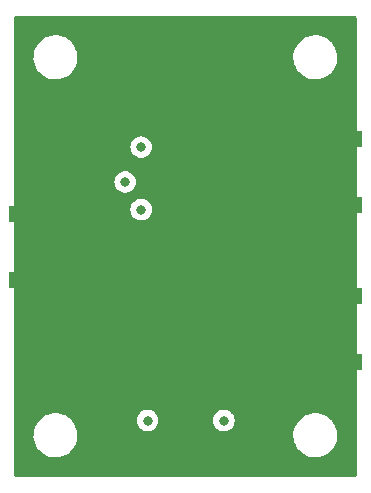
<source format=gbr>
%TF.GenerationSoftware,KiCad,Pcbnew,(6.0.0)*%
%TF.CreationDate,2022-01-16T13:33:15+00:00*%
%TF.ProjectId,Relay_RF,52656c61-795f-4524-962e-6b696361645f,rev?*%
%TF.SameCoordinates,Original*%
%TF.FileFunction,Copper,L4,Bot*%
%TF.FilePolarity,Positive*%
%FSLAX46Y46*%
G04 Gerber Fmt 4.6, Leading zero omitted, Abs format (unit mm)*
G04 Created by KiCad (PCBNEW (6.0.0)) date 2022-01-16 13:33:15*
%MOMM*%
%LPD*%
G01*
G04 APERTURE LIST*
%TA.AperFunction,SMDPad,CuDef*%
%ADD10R,4.200000X1.350000*%
%TD*%
%TA.AperFunction,ViaPad*%
%ADD11C,0.800000*%
%TD*%
G04 APERTURE END LIST*
D10*
%TO.P,J2,2,Ext*%
%TO.N,GND*%
X102150000Y-122875000D03*
X102150000Y-117225000D03*
%TD*%
%TO.P,J4,2,Ext*%
%TO.N,GND*%
X127850000Y-124175000D03*
X127850000Y-129825000D03*
%TD*%
%TO.P,J3,2,Ext*%
%TO.N,GND*%
X127850000Y-116525000D03*
X127850000Y-110875000D03*
%TD*%
D11*
%TO.N,GND*%
X123650000Y-117750000D03*
X127400000Y-109100000D03*
X119000000Y-126350000D03*
X101100000Y-124800000D03*
X116500000Y-118650000D03*
X124450000Y-112350000D03*
X120800000Y-122400000D03*
X124700000Y-125800000D03*
X116500000Y-120250000D03*
X104150000Y-124850000D03*
X113300000Y-128250000D03*
X113300000Y-131450000D03*
X116500000Y-123450000D03*
X107100000Y-119100000D03*
X116500000Y-129850000D03*
X128850000Y-131750000D03*
X116500000Y-125050000D03*
X104200000Y-115500000D03*
X106800000Y-123550000D03*
X128850000Y-122400000D03*
X127450000Y-131700000D03*
X123150000Y-113000000D03*
X106000000Y-121300000D03*
X113300000Y-123450000D03*
X116500000Y-121850000D03*
X113300000Y-129850000D03*
X108800000Y-120950000D03*
X122300000Y-129400000D03*
X122100000Y-113900000D03*
X123350000Y-119100000D03*
X104850000Y-118750000D03*
X114900000Y-123450000D03*
X104850000Y-117200000D03*
X114900000Y-121850000D03*
X123150000Y-128450000D03*
X113300000Y-125050000D03*
X127400000Y-118400000D03*
X116500000Y-126650000D03*
X114900000Y-118650000D03*
X121350000Y-115250000D03*
X125900000Y-122400000D03*
X116500000Y-131450000D03*
X114900000Y-120250000D03*
X113300000Y-121850000D03*
X114900000Y-125050000D03*
X102600000Y-124850000D03*
X122150000Y-126300000D03*
X124450000Y-110450000D03*
X114900000Y-131450000D03*
X107200000Y-124800000D03*
X102650000Y-115500000D03*
X124750000Y-124250000D03*
X128850000Y-109100000D03*
X124750000Y-129950000D03*
X109050000Y-122250000D03*
X121000000Y-127350000D03*
X125900000Y-131750000D03*
X128850000Y-118350000D03*
X123650000Y-116250000D03*
X106650000Y-122250000D03*
X125900000Y-109100000D03*
X108000000Y-125700000D03*
X123400000Y-125850000D03*
X113300000Y-126650000D03*
X127450000Y-122400000D03*
X109200000Y-126200000D03*
X108050000Y-119850000D03*
X114900000Y-129850000D03*
X124750000Y-128250000D03*
X101050000Y-115500000D03*
X118900000Y-107000000D03*
X113300000Y-120250000D03*
X121600000Y-121200000D03*
X114900000Y-126650000D03*
X121300000Y-116700000D03*
X113300000Y-118650000D03*
X120950000Y-130000000D03*
X116500000Y-128250000D03*
X109150000Y-123550000D03*
X119000000Y-123600000D03*
X104850000Y-121250000D03*
X114900000Y-128250000D03*
X122600000Y-120250000D03*
X121000000Y-118300000D03*
X106050000Y-118800000D03*
X124500000Y-115200000D03*
X104850000Y-122750000D03*
X125900000Y-118400000D03*
%TO.N,Net-(C1-Pad1)*%
X111250000Y-116900000D03*
X118250000Y-134750000D03*
X111250000Y-111600000D03*
%TO.N,Net-(D1-Pad1)*%
X111800000Y-134750000D03*
X109900000Y-114550000D03*
%TD*%
%TA.AperFunction,Conductor*%
%TO.N,GND*%
G36*
X129434121Y-100528002D02*
G01*
X129480614Y-100581658D01*
X129492000Y-100634000D01*
X129492000Y-139366000D01*
X129471998Y-139434121D01*
X129418342Y-139480614D01*
X129366000Y-139492000D01*
X100634000Y-139492000D01*
X100565879Y-139471998D01*
X100519386Y-139418342D01*
X100508000Y-139366000D01*
X100508000Y-136042277D01*
X102137009Y-136042277D01*
X102162625Y-136310769D01*
X102163710Y-136315203D01*
X102163711Y-136315209D01*
X102225645Y-136568312D01*
X102226731Y-136572750D01*
X102327985Y-136822733D01*
X102464265Y-137055482D01*
X102467118Y-137059049D01*
X102584686Y-137206060D01*
X102632716Y-137266119D01*
X102829809Y-137450234D01*
X103051416Y-137603968D01*
X103055499Y-137605999D01*
X103055502Y-137606001D01*
X103171013Y-137663466D01*
X103292894Y-137724101D01*
X103297228Y-137725522D01*
X103297231Y-137725523D01*
X103544853Y-137806698D01*
X103544859Y-137806699D01*
X103549186Y-137808118D01*
X103553677Y-137808898D01*
X103553678Y-137808898D01*
X103811140Y-137853601D01*
X103811148Y-137853602D01*
X103814921Y-137854257D01*
X103818758Y-137854448D01*
X103898578Y-137858422D01*
X103898586Y-137858422D01*
X103900149Y-137858500D01*
X104068512Y-137858500D01*
X104070780Y-137858335D01*
X104070792Y-137858335D01*
X104201884Y-137848823D01*
X104269004Y-137843953D01*
X104273459Y-137842969D01*
X104273462Y-137842969D01*
X104527912Y-137786791D01*
X104527916Y-137786790D01*
X104532372Y-137785806D01*
X104658480Y-137738028D01*
X104780318Y-137691868D01*
X104780321Y-137691867D01*
X104784588Y-137690250D01*
X105020368Y-137559286D01*
X105234773Y-137395657D01*
X105423312Y-137202792D01*
X105582034Y-136984730D01*
X105665190Y-136826676D01*
X105705490Y-136750079D01*
X105705493Y-136750073D01*
X105707615Y-136746039D01*
X105770378Y-136568312D01*
X105795902Y-136496033D01*
X105795902Y-136496032D01*
X105797425Y-136491720D01*
X105849581Y-136227100D01*
X105858782Y-136042277D01*
X124137009Y-136042277D01*
X124162625Y-136310769D01*
X124163710Y-136315203D01*
X124163711Y-136315209D01*
X124225645Y-136568312D01*
X124226731Y-136572750D01*
X124327985Y-136822733D01*
X124464265Y-137055482D01*
X124467118Y-137059049D01*
X124584686Y-137206060D01*
X124632716Y-137266119D01*
X124829809Y-137450234D01*
X125051416Y-137603968D01*
X125055499Y-137605999D01*
X125055502Y-137606001D01*
X125171013Y-137663466D01*
X125292894Y-137724101D01*
X125297228Y-137725522D01*
X125297231Y-137725523D01*
X125544853Y-137806698D01*
X125544859Y-137806699D01*
X125549186Y-137808118D01*
X125553677Y-137808898D01*
X125553678Y-137808898D01*
X125811140Y-137853601D01*
X125811148Y-137853602D01*
X125814921Y-137854257D01*
X125818758Y-137854448D01*
X125898578Y-137858422D01*
X125898586Y-137858422D01*
X125900149Y-137858500D01*
X126068512Y-137858500D01*
X126070780Y-137858335D01*
X126070792Y-137858335D01*
X126201884Y-137848823D01*
X126269004Y-137843953D01*
X126273459Y-137842969D01*
X126273462Y-137842969D01*
X126527912Y-137786791D01*
X126527916Y-137786790D01*
X126532372Y-137785806D01*
X126658480Y-137738028D01*
X126780318Y-137691868D01*
X126780321Y-137691867D01*
X126784588Y-137690250D01*
X127020368Y-137559286D01*
X127234773Y-137395657D01*
X127423312Y-137202792D01*
X127582034Y-136984730D01*
X127665190Y-136826676D01*
X127705490Y-136750079D01*
X127705493Y-136750073D01*
X127707615Y-136746039D01*
X127770378Y-136568312D01*
X127795902Y-136496033D01*
X127795902Y-136496032D01*
X127797425Y-136491720D01*
X127849581Y-136227100D01*
X127858782Y-136042277D01*
X127862764Y-135962292D01*
X127862764Y-135962286D01*
X127862991Y-135957723D01*
X127837375Y-135689231D01*
X127829856Y-135658500D01*
X127774355Y-135431688D01*
X127773269Y-135427250D01*
X127672015Y-135177267D01*
X127535735Y-134944518D01*
X127417928Y-134797208D01*
X127370136Y-134737447D01*
X127370135Y-134737445D01*
X127367284Y-134733881D01*
X127170191Y-134549766D01*
X126948584Y-134396032D01*
X126944501Y-134394001D01*
X126944498Y-134393999D01*
X126779606Y-134311967D01*
X126707106Y-134275899D01*
X126702772Y-134274478D01*
X126702769Y-134274477D01*
X126455147Y-134193302D01*
X126455141Y-134193301D01*
X126450814Y-134191882D01*
X126446322Y-134191102D01*
X126188860Y-134146399D01*
X126188852Y-134146398D01*
X126185079Y-134145743D01*
X126173817Y-134145182D01*
X126101422Y-134141578D01*
X126101414Y-134141578D01*
X126099851Y-134141500D01*
X125931488Y-134141500D01*
X125929220Y-134141665D01*
X125929208Y-134141665D01*
X125798116Y-134151177D01*
X125730996Y-134156047D01*
X125726541Y-134157031D01*
X125726538Y-134157031D01*
X125472088Y-134213209D01*
X125472084Y-134213210D01*
X125467628Y-134214194D01*
X125341520Y-134261972D01*
X125219682Y-134308132D01*
X125219679Y-134308133D01*
X125215412Y-134309750D01*
X124979632Y-134440714D01*
X124765227Y-134604343D01*
X124576688Y-134797208D01*
X124417966Y-135015270D01*
X124415844Y-135019304D01*
X124294510Y-135249921D01*
X124294507Y-135249927D01*
X124292385Y-135253961D01*
X124290865Y-135258266D01*
X124290863Y-135258270D01*
X124229248Y-135432749D01*
X124202575Y-135508280D01*
X124150419Y-135772900D01*
X124150192Y-135777453D01*
X124150192Y-135777456D01*
X124140991Y-135962292D01*
X124137009Y-136042277D01*
X105858782Y-136042277D01*
X105862764Y-135962292D01*
X105862764Y-135962286D01*
X105862991Y-135957723D01*
X105837375Y-135689231D01*
X105829856Y-135658500D01*
X105774355Y-135431688D01*
X105773269Y-135427250D01*
X105672015Y-135177267D01*
X105535735Y-134944518D01*
X105417928Y-134797208D01*
X105380175Y-134750000D01*
X110886496Y-134750000D01*
X110906458Y-134939928D01*
X110965473Y-135121556D01*
X111060960Y-135286944D01*
X111188747Y-135428866D01*
X111287843Y-135500864D01*
X111298051Y-135508280D01*
X111343248Y-135541118D01*
X111349276Y-135543802D01*
X111349278Y-135543803D01*
X111511681Y-135616109D01*
X111517712Y-135618794D01*
X111611112Y-135638647D01*
X111698056Y-135657128D01*
X111698061Y-135657128D01*
X111704513Y-135658500D01*
X111895487Y-135658500D01*
X111901939Y-135657128D01*
X111901944Y-135657128D01*
X111988888Y-135638647D01*
X112082288Y-135618794D01*
X112088319Y-135616109D01*
X112250722Y-135543803D01*
X112250724Y-135543802D01*
X112256752Y-135541118D01*
X112301950Y-135508280D01*
X112312157Y-135500864D01*
X112411253Y-135428866D01*
X112539040Y-135286944D01*
X112634527Y-135121556D01*
X112693542Y-134939928D01*
X112713504Y-134750000D01*
X117336496Y-134750000D01*
X117356458Y-134939928D01*
X117415473Y-135121556D01*
X117510960Y-135286944D01*
X117638747Y-135428866D01*
X117737843Y-135500864D01*
X117748051Y-135508280D01*
X117793248Y-135541118D01*
X117799276Y-135543802D01*
X117799278Y-135543803D01*
X117961681Y-135616109D01*
X117967712Y-135618794D01*
X118061112Y-135638647D01*
X118148056Y-135657128D01*
X118148061Y-135657128D01*
X118154513Y-135658500D01*
X118345487Y-135658500D01*
X118351939Y-135657128D01*
X118351944Y-135657128D01*
X118438888Y-135638647D01*
X118532288Y-135618794D01*
X118538319Y-135616109D01*
X118700722Y-135543803D01*
X118700724Y-135543802D01*
X118706752Y-135541118D01*
X118751950Y-135508280D01*
X118762157Y-135500864D01*
X118861253Y-135428866D01*
X118989040Y-135286944D01*
X119084527Y-135121556D01*
X119143542Y-134939928D01*
X119163504Y-134750000D01*
X119161482Y-134730760D01*
X119144232Y-134566635D01*
X119144232Y-134566633D01*
X119143542Y-134560072D01*
X119084527Y-134378444D01*
X118989040Y-134213056D01*
X118971254Y-134193302D01*
X118865675Y-134076045D01*
X118865674Y-134076044D01*
X118861253Y-134071134D01*
X118706752Y-133958882D01*
X118700724Y-133956198D01*
X118700722Y-133956197D01*
X118538319Y-133883891D01*
X118538318Y-133883891D01*
X118532288Y-133881206D01*
X118438888Y-133861353D01*
X118351944Y-133842872D01*
X118351939Y-133842872D01*
X118345487Y-133841500D01*
X118154513Y-133841500D01*
X118148061Y-133842872D01*
X118148056Y-133842872D01*
X118061112Y-133861353D01*
X117967712Y-133881206D01*
X117961682Y-133883891D01*
X117961681Y-133883891D01*
X117799278Y-133956197D01*
X117799276Y-133956198D01*
X117793248Y-133958882D01*
X117638747Y-134071134D01*
X117634326Y-134076044D01*
X117634325Y-134076045D01*
X117528747Y-134193302D01*
X117510960Y-134213056D01*
X117415473Y-134378444D01*
X117356458Y-134560072D01*
X117355768Y-134566633D01*
X117355768Y-134566635D01*
X117338518Y-134730760D01*
X117336496Y-134750000D01*
X112713504Y-134750000D01*
X112711482Y-134730760D01*
X112694232Y-134566635D01*
X112694232Y-134566633D01*
X112693542Y-134560072D01*
X112634527Y-134378444D01*
X112539040Y-134213056D01*
X112521254Y-134193302D01*
X112415675Y-134076045D01*
X112415674Y-134076044D01*
X112411253Y-134071134D01*
X112256752Y-133958882D01*
X112250724Y-133956198D01*
X112250722Y-133956197D01*
X112088319Y-133883891D01*
X112088318Y-133883891D01*
X112082288Y-133881206D01*
X111988888Y-133861353D01*
X111901944Y-133842872D01*
X111901939Y-133842872D01*
X111895487Y-133841500D01*
X111704513Y-133841500D01*
X111698061Y-133842872D01*
X111698056Y-133842872D01*
X111611112Y-133861353D01*
X111517712Y-133881206D01*
X111511682Y-133883891D01*
X111511681Y-133883891D01*
X111349278Y-133956197D01*
X111349276Y-133956198D01*
X111343248Y-133958882D01*
X111188747Y-134071134D01*
X111184326Y-134076044D01*
X111184325Y-134076045D01*
X111078747Y-134193302D01*
X111060960Y-134213056D01*
X110965473Y-134378444D01*
X110906458Y-134560072D01*
X110905768Y-134566633D01*
X110905768Y-134566635D01*
X110888518Y-134730760D01*
X110886496Y-134750000D01*
X105380175Y-134750000D01*
X105370136Y-134737447D01*
X105370135Y-134737445D01*
X105367284Y-134733881D01*
X105170191Y-134549766D01*
X104948584Y-134396032D01*
X104944501Y-134394001D01*
X104944498Y-134393999D01*
X104779606Y-134311967D01*
X104707106Y-134275899D01*
X104702772Y-134274478D01*
X104702769Y-134274477D01*
X104455147Y-134193302D01*
X104455141Y-134193301D01*
X104450814Y-134191882D01*
X104446322Y-134191102D01*
X104188860Y-134146399D01*
X104188852Y-134146398D01*
X104185079Y-134145743D01*
X104173817Y-134145182D01*
X104101422Y-134141578D01*
X104101414Y-134141578D01*
X104099851Y-134141500D01*
X103931488Y-134141500D01*
X103929220Y-134141665D01*
X103929208Y-134141665D01*
X103798116Y-134151177D01*
X103730996Y-134156047D01*
X103726541Y-134157031D01*
X103726538Y-134157031D01*
X103472088Y-134213209D01*
X103472084Y-134213210D01*
X103467628Y-134214194D01*
X103341520Y-134261972D01*
X103219682Y-134308132D01*
X103219679Y-134308133D01*
X103215412Y-134309750D01*
X102979632Y-134440714D01*
X102765227Y-134604343D01*
X102576688Y-134797208D01*
X102417966Y-135015270D01*
X102415844Y-135019304D01*
X102294510Y-135249921D01*
X102294507Y-135249927D01*
X102292385Y-135253961D01*
X102290865Y-135258266D01*
X102290863Y-135258270D01*
X102229248Y-135432749D01*
X102202575Y-135508280D01*
X102150419Y-135772900D01*
X102150192Y-135777453D01*
X102150192Y-135777456D01*
X102140991Y-135962292D01*
X102137009Y-136042277D01*
X100508000Y-136042277D01*
X100508000Y-116900000D01*
X110336496Y-116900000D01*
X110356458Y-117089928D01*
X110415473Y-117271556D01*
X110510960Y-117436944D01*
X110638747Y-117578866D01*
X110793248Y-117691118D01*
X110799276Y-117693802D01*
X110799278Y-117693803D01*
X110961681Y-117766109D01*
X110967712Y-117768794D01*
X111061112Y-117788647D01*
X111148056Y-117807128D01*
X111148061Y-117807128D01*
X111154513Y-117808500D01*
X111345487Y-117808500D01*
X111351939Y-117807128D01*
X111351944Y-117807128D01*
X111438888Y-117788647D01*
X111532288Y-117768794D01*
X111538319Y-117766109D01*
X111700722Y-117693803D01*
X111700724Y-117693802D01*
X111706752Y-117691118D01*
X111861253Y-117578866D01*
X111989040Y-117436944D01*
X112084527Y-117271556D01*
X112143542Y-117089928D01*
X112163504Y-116900000D01*
X112143542Y-116710072D01*
X112084527Y-116528444D01*
X111989040Y-116363056D01*
X111861253Y-116221134D01*
X111706752Y-116108882D01*
X111700724Y-116106198D01*
X111700722Y-116106197D01*
X111538319Y-116033891D01*
X111538318Y-116033891D01*
X111532288Y-116031206D01*
X111438887Y-116011353D01*
X111351944Y-115992872D01*
X111351939Y-115992872D01*
X111345487Y-115991500D01*
X111154513Y-115991500D01*
X111148061Y-115992872D01*
X111148056Y-115992872D01*
X111061113Y-116011353D01*
X110967712Y-116031206D01*
X110961682Y-116033891D01*
X110961681Y-116033891D01*
X110799278Y-116106197D01*
X110799276Y-116106198D01*
X110793248Y-116108882D01*
X110638747Y-116221134D01*
X110510960Y-116363056D01*
X110415473Y-116528444D01*
X110356458Y-116710072D01*
X110336496Y-116900000D01*
X100508000Y-116900000D01*
X100508000Y-114550000D01*
X108986496Y-114550000D01*
X109006458Y-114739928D01*
X109065473Y-114921556D01*
X109160960Y-115086944D01*
X109288747Y-115228866D01*
X109443248Y-115341118D01*
X109449276Y-115343802D01*
X109449278Y-115343803D01*
X109611681Y-115416109D01*
X109617712Y-115418794D01*
X109711112Y-115438647D01*
X109798056Y-115457128D01*
X109798061Y-115457128D01*
X109804513Y-115458500D01*
X109995487Y-115458500D01*
X110001939Y-115457128D01*
X110001944Y-115457128D01*
X110088888Y-115438647D01*
X110182288Y-115418794D01*
X110188319Y-115416109D01*
X110350722Y-115343803D01*
X110350724Y-115343802D01*
X110356752Y-115341118D01*
X110511253Y-115228866D01*
X110639040Y-115086944D01*
X110734527Y-114921556D01*
X110793542Y-114739928D01*
X110813504Y-114550000D01*
X110793542Y-114360072D01*
X110734527Y-114178444D01*
X110639040Y-114013056D01*
X110511253Y-113871134D01*
X110356752Y-113758882D01*
X110350724Y-113756198D01*
X110350722Y-113756197D01*
X110188319Y-113683891D01*
X110188318Y-113683891D01*
X110182288Y-113681206D01*
X110088887Y-113661353D01*
X110001944Y-113642872D01*
X110001939Y-113642872D01*
X109995487Y-113641500D01*
X109804513Y-113641500D01*
X109798061Y-113642872D01*
X109798056Y-113642872D01*
X109711113Y-113661353D01*
X109617712Y-113681206D01*
X109611682Y-113683891D01*
X109611681Y-113683891D01*
X109449278Y-113756197D01*
X109449276Y-113756198D01*
X109443248Y-113758882D01*
X109288747Y-113871134D01*
X109160960Y-114013056D01*
X109065473Y-114178444D01*
X109006458Y-114360072D01*
X108986496Y-114550000D01*
X100508000Y-114550000D01*
X100508000Y-111600000D01*
X110336496Y-111600000D01*
X110356458Y-111789928D01*
X110415473Y-111971556D01*
X110510960Y-112136944D01*
X110638747Y-112278866D01*
X110793248Y-112391118D01*
X110799276Y-112393802D01*
X110799278Y-112393803D01*
X110961681Y-112466109D01*
X110967712Y-112468794D01*
X111061113Y-112488647D01*
X111148056Y-112507128D01*
X111148061Y-112507128D01*
X111154513Y-112508500D01*
X111345487Y-112508500D01*
X111351939Y-112507128D01*
X111351944Y-112507128D01*
X111438887Y-112488647D01*
X111532288Y-112468794D01*
X111538319Y-112466109D01*
X111700722Y-112393803D01*
X111700724Y-112393802D01*
X111706752Y-112391118D01*
X111861253Y-112278866D01*
X111989040Y-112136944D01*
X112084527Y-111971556D01*
X112143542Y-111789928D01*
X112163504Y-111600000D01*
X112143542Y-111410072D01*
X112084527Y-111228444D01*
X111989040Y-111063056D01*
X111861253Y-110921134D01*
X111706752Y-110808882D01*
X111700724Y-110806198D01*
X111700722Y-110806197D01*
X111538319Y-110733891D01*
X111538318Y-110733891D01*
X111532288Y-110731206D01*
X111438888Y-110711353D01*
X111351944Y-110692872D01*
X111351939Y-110692872D01*
X111345487Y-110691500D01*
X111154513Y-110691500D01*
X111148061Y-110692872D01*
X111148056Y-110692872D01*
X111061112Y-110711353D01*
X110967712Y-110731206D01*
X110961682Y-110733891D01*
X110961681Y-110733891D01*
X110799278Y-110806197D01*
X110799276Y-110806198D01*
X110793248Y-110808882D01*
X110638747Y-110921134D01*
X110510960Y-111063056D01*
X110415473Y-111228444D01*
X110356458Y-111410072D01*
X110336496Y-111600000D01*
X100508000Y-111600000D01*
X100508000Y-104042277D01*
X102137009Y-104042277D01*
X102162625Y-104310769D01*
X102163710Y-104315203D01*
X102163711Y-104315209D01*
X102225645Y-104568312D01*
X102226731Y-104572750D01*
X102327985Y-104822733D01*
X102464265Y-105055482D01*
X102467118Y-105059049D01*
X102584686Y-105206060D01*
X102632716Y-105266119D01*
X102829809Y-105450234D01*
X103051416Y-105603968D01*
X103055499Y-105605999D01*
X103055502Y-105606001D01*
X103171013Y-105663466D01*
X103292894Y-105724101D01*
X103297228Y-105725522D01*
X103297231Y-105725523D01*
X103544853Y-105806698D01*
X103544859Y-105806699D01*
X103549186Y-105808118D01*
X103553677Y-105808898D01*
X103553678Y-105808898D01*
X103811140Y-105853601D01*
X103811148Y-105853602D01*
X103814921Y-105854257D01*
X103818758Y-105854448D01*
X103898578Y-105858422D01*
X103898586Y-105858422D01*
X103900149Y-105858500D01*
X104068512Y-105858500D01*
X104070780Y-105858335D01*
X104070792Y-105858335D01*
X104201884Y-105848823D01*
X104269004Y-105843953D01*
X104273459Y-105842969D01*
X104273462Y-105842969D01*
X104527912Y-105786791D01*
X104527916Y-105786790D01*
X104532372Y-105785806D01*
X104658480Y-105738028D01*
X104780318Y-105691868D01*
X104780321Y-105691867D01*
X104784588Y-105690250D01*
X105020368Y-105559286D01*
X105234773Y-105395657D01*
X105423312Y-105202792D01*
X105582034Y-104984730D01*
X105665190Y-104826676D01*
X105705490Y-104750079D01*
X105705493Y-104750073D01*
X105707615Y-104746039D01*
X105770378Y-104568312D01*
X105795902Y-104496033D01*
X105795902Y-104496032D01*
X105797425Y-104491720D01*
X105849581Y-104227100D01*
X105858782Y-104042277D01*
X124137009Y-104042277D01*
X124162625Y-104310769D01*
X124163710Y-104315203D01*
X124163711Y-104315209D01*
X124225645Y-104568312D01*
X124226731Y-104572750D01*
X124327985Y-104822733D01*
X124464265Y-105055482D01*
X124467118Y-105059049D01*
X124584686Y-105206060D01*
X124632716Y-105266119D01*
X124829809Y-105450234D01*
X125051416Y-105603968D01*
X125055499Y-105605999D01*
X125055502Y-105606001D01*
X125171013Y-105663466D01*
X125292894Y-105724101D01*
X125297228Y-105725522D01*
X125297231Y-105725523D01*
X125544853Y-105806698D01*
X125544859Y-105806699D01*
X125549186Y-105808118D01*
X125553677Y-105808898D01*
X125553678Y-105808898D01*
X125811140Y-105853601D01*
X125811148Y-105853602D01*
X125814921Y-105854257D01*
X125818758Y-105854448D01*
X125898578Y-105858422D01*
X125898586Y-105858422D01*
X125900149Y-105858500D01*
X126068512Y-105858500D01*
X126070780Y-105858335D01*
X126070792Y-105858335D01*
X126201884Y-105848823D01*
X126269004Y-105843953D01*
X126273459Y-105842969D01*
X126273462Y-105842969D01*
X126527912Y-105786791D01*
X126527916Y-105786790D01*
X126532372Y-105785806D01*
X126658480Y-105738028D01*
X126780318Y-105691868D01*
X126780321Y-105691867D01*
X126784588Y-105690250D01*
X127020368Y-105559286D01*
X127234773Y-105395657D01*
X127423312Y-105202792D01*
X127582034Y-104984730D01*
X127665190Y-104826676D01*
X127705490Y-104750079D01*
X127705493Y-104750073D01*
X127707615Y-104746039D01*
X127770378Y-104568312D01*
X127795902Y-104496033D01*
X127795902Y-104496032D01*
X127797425Y-104491720D01*
X127849581Y-104227100D01*
X127858782Y-104042277D01*
X127862764Y-103962292D01*
X127862764Y-103962286D01*
X127862991Y-103957723D01*
X127837375Y-103689231D01*
X127792042Y-103503967D01*
X127774355Y-103431688D01*
X127773269Y-103427250D01*
X127672015Y-103177267D01*
X127535735Y-102944518D01*
X127417928Y-102797208D01*
X127370136Y-102737447D01*
X127370135Y-102737445D01*
X127367284Y-102733881D01*
X127170191Y-102549766D01*
X126948584Y-102396032D01*
X126944501Y-102394001D01*
X126944498Y-102393999D01*
X126779606Y-102311967D01*
X126707106Y-102275899D01*
X126702772Y-102274478D01*
X126702769Y-102274477D01*
X126455147Y-102193302D01*
X126455141Y-102193301D01*
X126450814Y-102191882D01*
X126446322Y-102191102D01*
X126188860Y-102146399D01*
X126188852Y-102146398D01*
X126185079Y-102145743D01*
X126173817Y-102145182D01*
X126101422Y-102141578D01*
X126101414Y-102141578D01*
X126099851Y-102141500D01*
X125931488Y-102141500D01*
X125929220Y-102141665D01*
X125929208Y-102141665D01*
X125798116Y-102151177D01*
X125730996Y-102156047D01*
X125726541Y-102157031D01*
X125726538Y-102157031D01*
X125472088Y-102213209D01*
X125472084Y-102213210D01*
X125467628Y-102214194D01*
X125341520Y-102261972D01*
X125219682Y-102308132D01*
X125219679Y-102308133D01*
X125215412Y-102309750D01*
X124979632Y-102440714D01*
X124765227Y-102604343D01*
X124576688Y-102797208D01*
X124417966Y-103015270D01*
X124415844Y-103019304D01*
X124294510Y-103249921D01*
X124294507Y-103249927D01*
X124292385Y-103253961D01*
X124290865Y-103258266D01*
X124290863Y-103258270D01*
X124204098Y-103503967D01*
X124202575Y-103508280D01*
X124150419Y-103772900D01*
X124150192Y-103777453D01*
X124150192Y-103777456D01*
X124140991Y-103962292D01*
X124137009Y-104042277D01*
X105858782Y-104042277D01*
X105862764Y-103962292D01*
X105862764Y-103962286D01*
X105862991Y-103957723D01*
X105837375Y-103689231D01*
X105792042Y-103503967D01*
X105774355Y-103431688D01*
X105773269Y-103427250D01*
X105672015Y-103177267D01*
X105535735Y-102944518D01*
X105417928Y-102797208D01*
X105370136Y-102737447D01*
X105370135Y-102737445D01*
X105367284Y-102733881D01*
X105170191Y-102549766D01*
X104948584Y-102396032D01*
X104944501Y-102394001D01*
X104944498Y-102393999D01*
X104779606Y-102311967D01*
X104707106Y-102275899D01*
X104702772Y-102274478D01*
X104702769Y-102274477D01*
X104455147Y-102193302D01*
X104455141Y-102193301D01*
X104450814Y-102191882D01*
X104446322Y-102191102D01*
X104188860Y-102146399D01*
X104188852Y-102146398D01*
X104185079Y-102145743D01*
X104173817Y-102145182D01*
X104101422Y-102141578D01*
X104101414Y-102141578D01*
X104099851Y-102141500D01*
X103931488Y-102141500D01*
X103929220Y-102141665D01*
X103929208Y-102141665D01*
X103798116Y-102151177D01*
X103730996Y-102156047D01*
X103726541Y-102157031D01*
X103726538Y-102157031D01*
X103472088Y-102213209D01*
X103472084Y-102213210D01*
X103467628Y-102214194D01*
X103341520Y-102261972D01*
X103219682Y-102308132D01*
X103219679Y-102308133D01*
X103215412Y-102309750D01*
X102979632Y-102440714D01*
X102765227Y-102604343D01*
X102576688Y-102797208D01*
X102417966Y-103015270D01*
X102415844Y-103019304D01*
X102294510Y-103249921D01*
X102294507Y-103249927D01*
X102292385Y-103253961D01*
X102290865Y-103258266D01*
X102290863Y-103258270D01*
X102204098Y-103503967D01*
X102202575Y-103508280D01*
X102150419Y-103772900D01*
X102150192Y-103777453D01*
X102150192Y-103777456D01*
X102140991Y-103962292D01*
X102137009Y-104042277D01*
X100508000Y-104042277D01*
X100508000Y-100634000D01*
X100528002Y-100565879D01*
X100581658Y-100519386D01*
X100634000Y-100508000D01*
X129366000Y-100508000D01*
X129434121Y-100528002D01*
G37*
%TD.AperFunction*%
%TD*%
M02*

</source>
